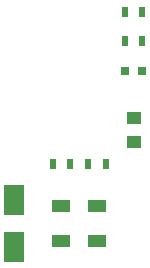
<source format=gbp>
%MOIN*%
%OFA0B0*%
%FSLAX46Y46*%
%IPPOS*%
%LPD*%
%ADD10C,0.0039370078740157488*%
%ADD21C,0.0039370078740157488*%
%ADD22C,0.0039370078740157488*%
%ADD23R,0.0709X0.0984*%
%ADD24R,0.049212598425196853X0.03937007874015748*%
%ADD25R,0.031496062992125991X0.029527559055118113*%
%ADD26R,0.01968503937007874X0.035433070866141732*%
%ADD27R,0.062992125984251982X0.03937007874015748*%
%ADD28C,0.0039370078740157488*%
%ADD29C,0.0039370078740157488*%
%ADD30C,0.0039370078740157488*%
%ADD31C,0.0039370078740157488*%
G01G01*
D10*
G04 next file*
G04 #@! TF.FileFunction,Paste,Bot*
G04 Gerber Fmt 4.6, Leading zero omitted, Abs format (unit mm)*
G04 Created by KiCad (PCBNEW 4.0.4-1.fc24-product) date Mon Jun  4 16:01:06 2018*
G01G01*
G04 APERTURE LIST*
G04 APERTURE END LIST*
D21*
G04 next file*
G04 #@! TF.FileFunction,Paste,Bot*
G04 Gerber Fmt 4.6, Leading zero omitted, Abs format (unit mm)*
G04 Created by KiCad (PCBNEW 4.0.4-1.fc24-product) date Mon Jun  4 16:00:14 2018*
G01G01*
G04 APERTURE LIST*
G04 APERTURE END LIST*
D22*
D23*
X-0005708661Y0005610236D02*
X0000354330Y0001476337D03*
X0000354330Y0001318937D03*
D24*
X0000751968Y0001748031D03*
X0000751968Y0001669291D03*
D25*
X0000781496Y0001905511D03*
X0000722440Y0001905511D03*
D26*
X0000482283Y0001594488D03*
X0000541338Y0001594488D03*
X0000600393Y0001594488D03*
X0000659448Y0001594488D03*
X0000781496Y0002003937D03*
X0000722440Y0002003937D03*
X0000722440Y0002102362D03*
X0000781496Y0002102362D03*
D27*
X0000629921Y0001456692D03*
X0000629921Y0001338582D03*
X0000511811Y0001456692D03*
X0000511811Y0001338582D03*
G04 next file*
G04 #@! TF.FileFunction,Paste,Bot*
G04 Gerber Fmt 4.6, Leading zero omitted, Abs format (unit mm)*
G04 Created by KiCad (PCBNEW 4.0.4-1.fc24-product) date Mon Jun  4 16:01:59 2018*
G01G01*
G04 APERTURE LIST*
G04 APERTURE END LIST*
D28*
G04 next file*
G04 #@! TF.FileFunction,Paste,Bot*
G04 Gerber Fmt 4.6, Leading zero omitted, Abs format (unit mm)*
G04 Created by KiCad (PCBNEW 4.0.4-1.fc24-product) date Mon Jun  4 16:23:53 2018*
G01G01*
G04 APERTURE LIST*
G04 APERTURE END LIST*
D29*
G04 next file*
G04 #@! TF.FileFunction,Paste,Bot*
G04 Gerber Fmt 4.6, Leading zero omitted, Abs format (unit mm)*
G04 Created by KiCad (PCBNEW 4.0.4-1.fc24-product) date Mon Jun  4 16:03:53 2018*
G01G01*
G04 APERTURE LIST*
G04 APERTURE END LIST*
D30*
G04 next file*
G04 #@! TF.FileFunction,Paste,Bot*
G04 Gerber Fmt 4.6, Leading zero omitted, Abs format (unit mm)*
G04 Created by KiCad (PCBNEW 4.0.4-1.fc24-product) date Mon Jun  4 16:06:22 2018*
G01G01*
G04 APERTURE LIST*
G04 APERTURE END LIST*
D31*
M02*
</source>
